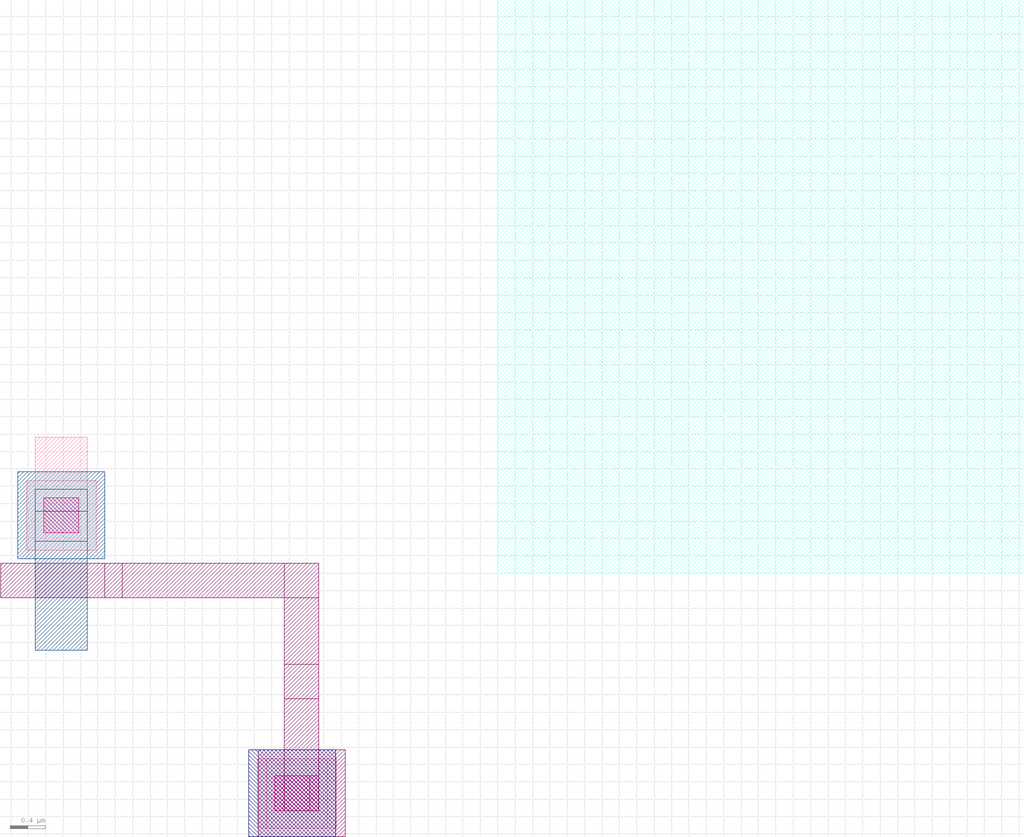
<source format=lef>
# Electric VLSI Design System, version 9.08e
# Thu Nov 20, 2025 17:26:34

# I used MOCMOS technology ...
# Why do we have metal layers called Mx but NOT the sam as layer nane or or layer function
# in mocmos.xml ?
# Why do we have POLY3 here, which is not present in our technology?

NAMESCASESENSITIVE ON ;
UNITS
  DATABASE MICRONS 20000 ;
END UNITS
MANUFACTURINGGRID 0.01 ;

LAYER M1
  TYPE ROUTING ;
END M1

LAYER M2
  TYPE ROUTING ;
END M2

LAYER M3
  TYPE ROUTING ;
END M3

LAYER M4
  TYPE ROUTING ;
END M4

LAYER M5
  TYPE ROUTING ;
END M5

LAYER M6
  TYPE ROUTING ;
END M6

LAYER CONT
  TYPE CUT ;
END CONT

LAYER VIA1
  TYPE CUT ;
END VIA1

LAYER VIA2
  TYPE CUT ;
END VIA2

LAYER VIA3
  TYPE CUT ;
END VIA3

LAYER VIA4
  TYPE CUT ;
END VIA4

LAYER VIA5
  TYPE CUT ;
END VIA5

LAYER POLY1
  TYPE MASTERSLICE ;
END POLY1

LAYER POLY2
  TYPE MASTERSLICE ;
END POLY2

LAYER POLY3
  TYPE MASTERSLICE ;
END POLY3

LAYER PDIFF
  TYPE MASTERSLICE ;
END PDIFF

LAYER NDIFF
  TYPE MASTERSLICE ;
END NDIFF

MACRO lef-test
  CLASS CORE ;
  FOREIGN lef-test 0 0 ;
  ORIGIN 0 0 ;
  SIZE 6.058 BY 6.598 ;
  SYMMETRY X Y ;
  SITE lef-test ;

  OBS
    LAYER M1 ;
      RECT -5.421 0.266 -4.621 1.066 ;
    LAYER NDIFF ;
      RECT -5.521 0.166 -4.521 1.166 ;
    LAYER CONT ;
      RECT -5.221 0.466 -4.821 0.866 ;
    LAYER M1 ;
      RECT -2.657 -2.932 -1.857 -2.132 ;
    LAYER POLY1 ;
      RECT -2.757 -3.032 -1.757 -2.032 ;
    LAYER CONT ;
      RECT -2.457 -2.732 -2.057 -2.332 ;
    LAYER NDIFF ;
      RECT -5.321 -0.884 -4.721 0.716 ;
    LAYER POLY1 ;
      RECT -5.721 -0.284 -4.321 0.116 ;
    LAYER M1 ;
      RECT -2.763 -2.932 -1.963 -2.132 ;
    LAYER PDIFF ;
      RECT -2.863 -3.032 -1.863 -2.032 ;
    LAYER CONT ;
      RECT -2.563 -2.732 -2.163 -2.332 ;
    LAYER M1 ;
      RECT -5.321 0.366 -4.721 1.566 ;
    LAYER NDIFF ;
      RECT -5.321 0.366 -4.721 0.966 ;
    LAYER POLY1 ;
      RECT -4.521 -0.284 -2.057 0.116 ;
      RECT -2.457 -1.445 -2.057 0.116 ;
    LAYER M1 ;
      RECT -2.763 -2.932 -1.857 -2.132 ;
    LAYER POLY1 ;
      RECT -2.457 -2.732 -2.057 -1.045 ;
  END
END lef-test

END LIBRARY

</source>
